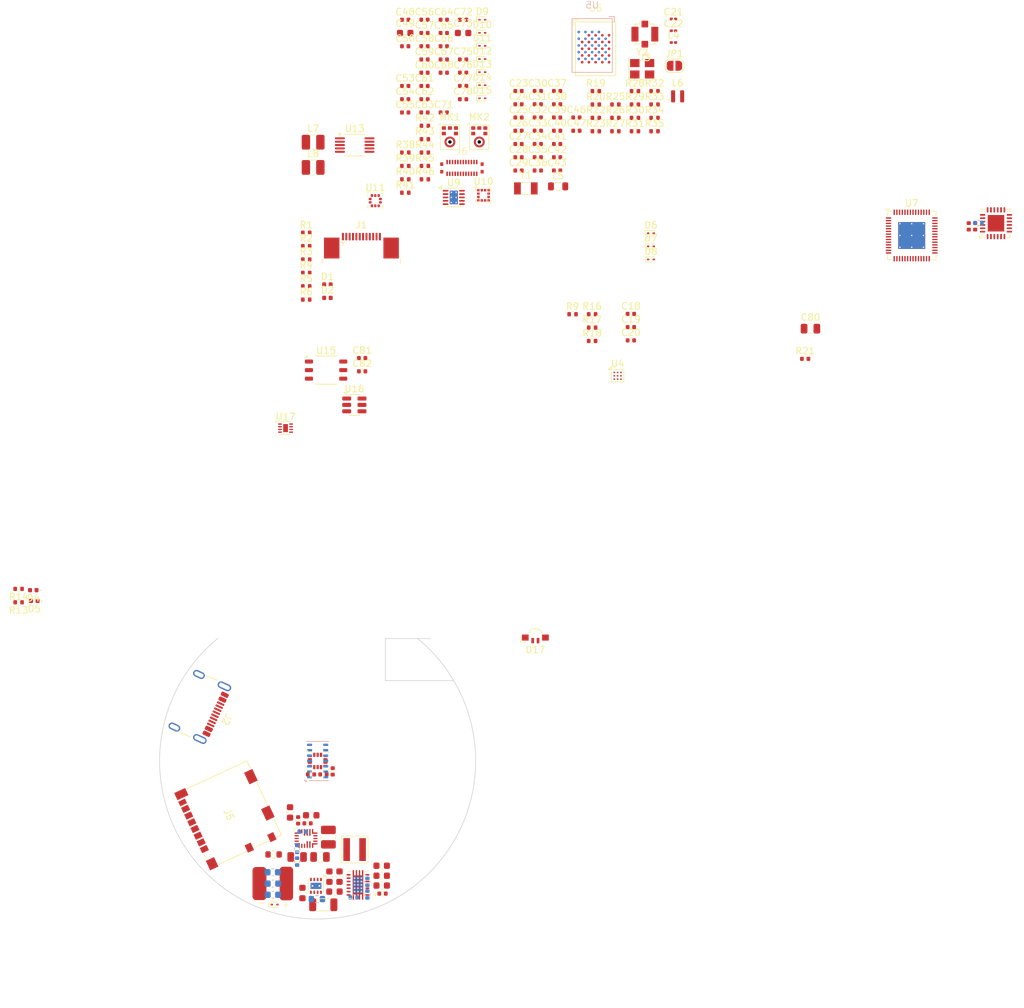
<source format=kicad_pcb>
(kicad_pcb (version 20241229) (generator "pcbnew") (generator_version "9.0")
  (layers (0 "F.Cu" signal "Front") (4 "In1.Cu" power) (6 "In2.Cu" power) (8 "In3.Cu" signal) (10 "In4.Cu" power) (2 "B.Cu" signal "Back") (13 "F.Paste" user) (15 "B.Paste" user) (5 "F.SilkS" user "F.Silkscreen") (7 "B.SilkS" user "B.Silkscreen") (1 "F.Mask" user) (3 "B.Mask" user) (25 "Edge.Cuts" user))
  (net 0 "")
  (net 1 "GND")
  (net 2 "+3V3")
  (net 3 "/ESP MCU/RTC_P")
  (net 4 "/ESP MCU/RTC_N")
  (net 5 "/ESP MCU/ESP_ANT")
  (net 6 "Net-(D1-A)")
  (net 7 "+1V8")
  (net 8 "Net-(J2-CC1)")
  (net 10 "Net-(J2-CC2)")
  (net 14 "/IO/AMOLED_M")
  (net 15 "/ESP MCU/CLK_N")
  (net 16 "/IO/SD_D2")
  (net 17 "/IO/SD_D3")
  (net 18 "/IO/SD_CMD")
  (net 19 "/IO/SD_CLK")
  (net 20 "/IO/SD_D0")
  (net 21 "/IO/SD_D1")
  (net 27 "VBUS")
  (net 28 "/IO/TP_SDA")
  (net 29 "/ESP MCU/FSPI_WP")
  (net 30 "/ESP MCU/FSPI_CLK")
  (net 31 "/ESP MCU/FSPI_CS")
  (net 32 "/ESP MCU/FSPI_Q")
  (net 33 "/ESP MCU/FSPI_D")
  (net 34 "/ESP MCU/FSPI_HD")
  (net 35 "/IO/TP_SCL")
  (net 36 "/ESP MCU/EN")
  (net 37 "/ESP MCU/CLK_P")
  (net 38 "/USB and Power/3V3_GOOD")
  (net 39 "/ESP MCU/TX")
  (net 40 "/ESP MCU/MEM_D3")
  (net 41 "/ESP MCU/MEM_D2")
  (net 42 "/ESP MCU/MEM_CLK")
  (net 43 "/ESP MCU/MEM_D1")
  (net 44 "Net-(L1-Pad2)")
  (net 45 "Net-(L1-Pad1)")
  (net 46 "/ESP MCU/MEM_D0")
  (net 47 "/IO/MTR_N")
  (net 48 "/IO/MTR_P")
  (net 49 "+BATT")
  (net 50 "/USB and Power/USB_DP")
  (net 51 "/ESP MCU/MEM_D4")
  (net 52 "/IO/MIC_WS")
  (net 53 "/IO/MIC_SCK")
  (net 54 "/IO/MIC_SD")
  (net 55 "/ESP MCU/MEM_D5")
  (net 56 "/ESP MCU/MEM_D6")
  (net 57 "/IO/MTR_EN")
  (net 58 "/SI2C_SDA")
  (net 59 "/SI2C_SCL")
  (net 60 "/ESP MCU/MEM_D7")
  (net 61 "/IO/TP_INT")
  (net 62 "/IO/TP_RST")
  (net 63 "/IO/DISP_TE")
  (net 64 "/IO/DISP_RST")
  (net 65 "/IO/IMU_INT1")
  (net 66 "/ESP MCU/MEM_DQS")
  (net 67 "/IO/IMU_INT2")
  (net 68 "/ESP MCU/EXT_INT")
  (net 69 "/USB and Power/1V8_GOOD")
  (net 70 "/USB and Power/3V3_POWER_SAVE")
  (net 71 "/ESP MCU/MEM_CS0")
  (net 72 "+VSW")
  (net 73 "/IO/AMOLED_P")
  (net 74 "/IO/SWIRE")
  (net 75 "/ESP MCU/MEM_CS1")
  (net 76 "/IO/MAG_DRDY")
  (net 77 "/IO/HBT_INT")
  (net 78 "/IO/MAG_INT")
  (net 79 "/USB and Power/CHARGE_INT")
  (net 80 "/USB and Power/SDA")
  (net 81 "/USB and Power/POWER_BTN")
  (net 82 "/USB and Power/SCL")
  (net 83 "/IO/ALT_SDA")
  (net 84 "/IO/ALT_DRDY")
  (net 85 "/IO/ALT_SCL")
  (net 86 "/IO/IMU_SCL")
  (net 87 "/IO/IMU_SDA")
  (net 88 "/ESP MCU/IO8")
  (net 89 "/ESP MCU/IO6")
  (net 90 "/ESP MCU/I2C0_SCL")
  (net 91 "/ESP MCU/IO1")
  (net 92 "/ESP MCU/SD_CLK")
  (net 93 "/ESP MCU/IO3")
  (net 94 "/ESP MCU/SD_D0")
  (net 95 "/ESP MCU/I2S_SCK")
  (net 96 "/ESP MCU/SD_D1")
  (net 97 "/ESP MCU/RX")
  (net 98 "/USB and Power/ILIM")
  (net 99 "/ESP MCU/I2C1_SCL")
  (net 102 "/ESP MCU/IO7")
  (net 103 "/ESP MCU/I2C0_SDA")
  (net 104 "/ESP MCU/BOOTSEL")
  (net 105 "/ESP MCU/SD_D3")
  (net 106 "/ESP MCU/I2S_SD")
  (net 107 "/ESP MCU/I2C1_SDA")
  (net 108 "/ESP MCU/IO5")
  (net 109 "/ESP MCU/SD_CMD")
  (net 110 "/ESP MCU/SD_D2")
  (net 111 "/ESP MCU/IO9")
  (net 112 "/ESP MCU/IO2")
  (net 113 "/ESP MCU/IO4")
  (net 114 "/IO/HBT_SDA")
  (net 115 "/USB and Power/USB_DM")
  (net 116 "/IO/HBT_SCL")
  (net 117 "/IO/MAG_SDA")
  (net 118 "/IO/MAG_SCL")
  (net 119 "/IO/MTR_SCL")
  (net 120 "/IO/MTR_SDA")
  (net 121 "/ESP MCU/EXT_IO9")
  (net 122 "/ESP MCU/EXT_IO1")
  (net 123 "/ESP MCU/EXT_IO3")
  (net 124 "/ESP MCU/EXT_IO8")
  (net 125 "/ESP MCU/EXT_IO2")
  (net 126 "/ESP MCU/EXT_IO4")
  (net 127 "/ESP MCU/EXT_IO10")
  (net 128 "/ESP MCU/EXT_IO15")
  (net 129 "/ESP MCU/EXT_IO7")
  (net 130 "/ESP MCU/EXT_IO6")
  (net 131 "/ESP MCU/EXT_IO14")
  (net 132 "/ESP MCU/EXT_IO13")
  (net 133 "/ESP MCU/EXT_IO5")
  (net 134 "/ESP MCU/EXT_IO12")
  (net 135 "/ESP MCU/EXT_IO11")
  (net 136 "/ESP MCU/EXT_IO16")
  (net 138 "/USB and Power/BAT_LOW")
  (net 139 "Net-(U2-PMID)")
  (net 140 "Net-(U2-BTST)")
  (net 141 "Net-(J3-In)")
  (net 142 "Net-(U2-SW)")
  (net 143 "Net-(D2-A)")
  (net 144 "Net-(U9-SWN)")
  (net 145 "Net-(U9-SWP)")
  (net 146 "Net-(U2-REGN)")
  (net 147 "Net-(U4-VDD)")
  (net 149 "Net-(U7-VDD3P3)")
  (net 150 "Net-(U7-CHIP_PU)")
  (net 151 "Net-(U7-VDD3P3_CPU)")
  (net 152 "Net-(C46-Pad1)")
  (net 153 "Net-(U10-C1)")
  (net 154 "Net-(C62-Pad1)")
  (net 155 "Net-(J6-IOVCC)")
  (net 156 "Net-(U13-REG)")
  (net 157 "Net-(D4-K)")
  (net 158 "Net-(D4-A)")
  (net 159 "Net-(D5-K)")
  (net 160 "Net-(D5-A)")
  (net 162 "Net-(J6-MTP_PWR)")
  (net 163 "Net-(U3-SW)")
  (net 168 "Net-(U1-FB)")
  (net 169 "Net-(U2-TS)")
  (net 170 "Net-(U2-TS_BIAS)")
  (net 171 "Net-(U4-BIN)")
  (net 172 "Net-(U6-RST#)")
  (net 173 "Net-(U5-RESET#)")
  (net 174 "Net-(U7-U0TXD)")
  (net 175 "Net-(U7-SPIHD)")
  (net 176 "Net-(U7-GPIO33)")
  (net 177 "Net-(U7-SPIWP)")
  (net 178 "Net-(U7-GPIO34)")
  (net 179 "Net-(U7-GPIO35)")
  (net 180 "Net-(U7-GPIO36)")
  (net 181 "Net-(U7-SPICLK)")
  (net 182 "Net-(U7-GPIO37)")
  (net 183 "Net-(U7-SPIQ)")
  (net 184 "Net-(U7-SPID)")
  (net 199 "Net-(D17-B)")
  (net 200 "Net-(D17-R)")
  (net 201 "Net-(D17-G)")
  (net 215 "/IO/LED_SDA")
  (net 216 "/IO/LED_SCL")
  (footprint "Capacitor_SMD:C_0603_1608Metric" (layer "F.Cu") (at 135.15 174.125 180)
    (property "Reference" "C6" (hide yes))
    (property "Value" "22uF")
  )
  (footprint "Resistor_SMD:R_0402_1005Metric" (layer "F.Cu") (at 141.575 69.105)
    (property "Reference" "R46")
    (property "Value" "10k")
  )
  (footprint "Resistor_SMD:R_0402_1005Metric" (layer "F.Cu") (at 166.995 57.975)
    (property "Reference" "R20")
    (property "Value" "10k")
  )
  (footprint "Capacitor_SMD:C_0603_1608Metric" (layer "F.Cu") (at 135.15 171.175 180)
    (property "Reference" "C8" (hide yes))
    (property "Value" "22uF")
  )
  (footprint "Inductor_SMD:L_0201_0603Metric" (layer "F.Cu") (at 178.535 48.765)
    (property "Reference" "L4")
    (property "Value" "2.7nH")
  )
  (footprint "Resistor_SMD:R_0402_1005Metric" (layer "F.Cu") (at 175.725 57.975)
    (property "Reference" "R33")
    (property "Value" "0")
  )
  (footprint "Capacitor_SMD:C_0402_1005Metric" (layer "F.Cu") (at 138.645 57.195)
    (property "Reference" "C54")
    (property "Value" "100nF")
  )
  (footprint "Sensor_Audio:InvenSense_ICS-43434-6_3.5x2.65mm" (layer "F.Cu") (at 145.295 62.84)
    (property "Reference" "MK1")
    (property "Value" "ICS-43434")
  )
  (footprint "Diode_SMD:D_SOD-923" (layer "F.Cu") (at 150.11 57.065)
    (property "Reference" "D15")
    (property "Value" "ESD9B3.3ST5G")
  )
  (footprint "Resistor_SMD:R_0402_1005Metric" (layer "F.Cu") (at 172.815 55.985)
    (property "Reference" "R28")
    (property "Value" "0")
  )
  (footprint "Resistor_SMD:R_0402_1005Metric" (layer "F.Cu") (at 141.575 65.125)
    (property "Reference" "R44")
    (property "Value" "0")
  )
  (footprint "Capacitor_SMD:C_0402_1005Metric" (layer "F.Cu") (at 135.275 175.325 180)
    (property "Reference" "C2" (hide yes))
    (property "Value" "100nF")
  )
  (footprint "Resistor_SMD:R_0402_1005Metric" (layer "F.Cu") (at 169.905 59.965)
    (property "Reference" "R26")
    (property "Value" "0")
  )
  (footprint "Jumper:SolderJumper-2_P1.3mm_Open_RoundedPad1.0x1.5mm" (layer "F.Cu") (at 178.685 52.215)
    (property "Reference" "JP1")
    (property "Value" "RESET=LOW")
  )
  (footprint "Capacitor_SMD:C_0402_1005Metric" (layer "F.Cu") (at 161.235 65.825)
    (property "Reference" "C42")
    (property "Value" "100nF")
  )
  (footprint "Resistor_SMD:R_0402_1005Metric" (layer "F.Cu") (at 123.935 86.995)
    (property "Reference" "R6")
    (property "Value" "R")
  )
  (footprint "Capacitor_SMD:C_0603_1608Metric" (layer "F.Cu") (at 138.645 47.345)
    (property "Reference" "C49")
    (property "Value" "4.7uF")
  )
  (footprint "Capacitor_SMD:C_0402_1005Metric" (layer "F.Cu") (at 161.235 63.855)
    (property "Reference" "C41")
    (property "Value" "1uF")
  )
  (footprint "Capacitor_SMD:C_0402_1005Metric" (layer "F.Cu") (at 161.235 57.945)
    (property "Reference" "C38")
    (property "Value" "100nF")
  )
  (footprint "Resistor_SMD:R_0402_1005Metric" (layer "F.Cu") (at 123.935 85.005)
    (property "Reference" "R5")
    (property "Value" "R")
  )
  (footprint "Capacitor_SMD:C_0201_0603Metric" (layer "F.Cu") (at 178.535 47.015)
    (property "Reference" "C22")
    (property "Value" "1.5pF")
  )
  (footprint "LED_SMD:LED_0402_1005Metric" (layer "F.Cu") (at 83.4925 131.8 180)
    (property "Reference" "D5")
    (property "Value" "POWER GOOD")
  )
  (footprint "Capacitor_SMD:C_0402_1005Metric" (layer "F.Cu") (at 158.365 61.885)
    (property "Reference" "C33")
    (property "Value" "10nF")
  )
  (footprint "Resistor_SMD:R_0402_1005Metric" (layer "F.Cu") (at 141.575 67.115)
    (property "Reference" "R45")
    (property "Value" "10k")
  )
  (footprint "Resistor_SMD:R_0402_1005Metric" (layer "F.Cu") (at 141.575 61.145)
    (property "Reference" "R42")
    (property "Value" "10k")
  )
  (footprint "Capacitor_SMD:C_0402_1005Metric" (layer "F.Cu") (at 141.515 57.195)
    (property "Reference" "C62")
    (property "Value" "1uF")
  )
  (footprint "Capacitor_SMD:C_0402_1005Metric" (layer "F.Cu") (at 126.4875 157.6 180)
    (property "Reference" "C74" (hide yes))
    (property "Value" "100nF")
  )
  (footprint "Capacitor_SMD:C_0402_1005Metric" (layer "F.Cu") (at 158.365 59.915)
    (property "Reference" "C32")
    (property "Value" "C")
  )
  (footprint "Capacitor_SMD:C_0402_1005Metric" (layer "F.Cu") (at 155.495 57.945)
    (property "Reference" "C24")
    (property "Value" "100nF")
  )
  (footprint "Capacitor_SMD:C_0402_1005Metric" (layer "F.Cu") (at 155.495 65.825)
    (property "Reference" "C28")
    (property "Value" "100nF")
  )
  (footprint "Resistor_SMD:R_0402_1005Metric" (layer "F.Cu") (at 123.935 81.025)
    (property "Reference" "R3")
    (property "Value" "10k")
  )
  (footprint "Resistor_SMD:R_0402_1005Metric" (layer "F.Cu") (at 166.445 89.165)
    (property "Reference" "R16")
    (property "Value" "5.1k")
  )
  (footprint "Capacitor_SMD:C_0402_1005Metric" (layer "F.Cu") (at 144.385 53.255)
    (property "Reference" "C68")
    (property "Value" "100nF")
  )
  (footprint "Resistor_SMD:R_0402_1005Metric" (layer "F.Cu") (at 123.935 77.045)
    (property "Reference" "R1")
    (property "Value" "10k")
  )
  (footprint "Capacitor_SMD:C_0402_1005Metric" (layer "F.Cu") (at 124.125 164.875)
    (property "Reference" "C4" (hide yes))
    (property "Value" "100nF")
  )
  (footprint "Capacitor_SMD:C_0402_1005Metric" (layer "F.Cu") (at 172.205 93.055)
    (property "Reference" "C20")
    (property "Value" "2.2uF")
  )
  (footprint "Inductor_SMD:L_Coilcraft_XFL2010" (layer "F.Cu") (at 179.155 56.765)
    (property "Reference" "L6")
    (property "Value" "24nH")
  )
  (footprint "Capacitor_SMD:C_0402_1005Metric" (layer "F.Cu") (at 158.365 63.855)
    (property "Reference" "C34")
    (property "Value" "1uF")
  )
  (footprint "Capacitor_SMD:C_0603_1608Metric" (layer "F.Cu") (at 128.875 172.8 90)
    (property "Reference" "C13" (hide yes))
    (property "Value" "10uF")
  )
  (footprint "Capacitor_SMD:C_0402_1005Metric" (layer "F.Cu") (at 147.255 53.255)
    (property "Reference" "C76")
    (property "Value" "100nF")
  )
  (footprint "Diode_SMD:D_SOD-923" (layer "F.Cu") (at 150.11 51.215)
    (property "Reference" "D12")
    (property "Value" "ESD9B3.3ST5G")
  )
  (footprint "Capacitor_SMD:C_0402_1005Metric" (layer "F.Cu") (at 124.6375 157.6)
    (property "Reference" "C69" (hide yes))
    (property "Value" "100nF")
  )
  (footprint "Capacitor_SMD:C_0603_1608Metric" (layer "F.Cu") (at 124.675 163.675 180)
    (property "Reference" "C3" (hide yes))
    (property "Value" "10uF")
  )
  (footprint "LED_SMD:LED_0402_1005Metric" (layer "F.Cu") (at 127.08 86.735)
    (property "Reference" "D2")
    (property "Value" "STATUS1")
  )
  (footprint "Capacitor_SMD:C_0402_1005Metric" (layer "F.Cu") (at 158.365 65.825)
    (property "Reference" "C35")
    (property "Value" "100nF")
  )
  (footprint "Diode_SMD:D_SOD-923" (layer "F.Cu") (at 150.11 47.315)
    (property "Reference" "D10")
    (property "Value" "ESD9B3.3ST5G")
  )
  (footprint "Resistor_SMD:R_0402_1005Metric" (layer "F.Cu") (at 166.445 93.145)
    (property "Reference" "R18")
    (property "Value" "10k")
  )
  (footprint "Capacitor_SMD:C_0603_1608Metric" (layer "F.Cu") (at 127.375 172.8 -90)
    (property "Reference" "C14" (hide yes))
    (property "Value" "10uF")
  )
  (footprint "Resistor_SMD:R_0402_1005Metric" (layer "F.Cu") (at 166.995 59.965)
    (property "Reference" "R22")
    (property "Value" "10k")
  )
  (footprint "custom-lib:BGA-24_6.0x8.0mm_Layout5x5_P1.0mm" (layer "F.Cu") (at 166.96 49.69)
    (property "Reference" "U6")
    (property "Value" "S80KS5123GABHV020")
  )
  (footprint "Capacitor_SMD:C_0402_1005Metric" (layer "F.Cu") (at 164.105 61.885)
    (property "Reference" "C47")
    (property "Value" "C")
  )
  (footprint "Capacitor_SMD:C_0402_1005Metric" (layer "F.Cu") (at 172.205 89.115)
    (property "Reference" "C18")
    (property "Value" "10nF")
  )
  (footprint "Capacitor_SMD:C_0402_1005Metric" (layer "F.Cu") (at 161.235 61.885)
    (property "Reference" "C40")
    (property "Value" "10uF")
  )
  (footprint "Package_LGA:LGA-14_3x2.5mm_P0.5mm_LayoutBorder3x4y" (layer "F.Cu") (at 125.625 155.6)
    (property "Reference" "U12" (hide yes))
    (property "Value" "LSM6DSOXTR")
  )
  (footprint "Package_SO:VSSOP-10_3x3mm_P0.5mm" (layer "F.Cu") (at 131.135 64.01)
    (property "Reference" "U13")
    (property "Value" "DRV2605LDGS")
  )
  (footprint "Capacitor_SMD:C_0402_1005Metric" (layer "F.Cu") (at 138.645 59.165)
    (property "Reference" "C55")
    (property "Value" "10uF")
  )
  (footprint "Resistor_SMD:R_0402_1005Metric" (layer "F.Cu") (at 123.935 79.035)
    (property "Reference" "R2")
    (property "Value" "10k")
  )
  (footprint "Capacitor_SMD:C_0402_1005Metric" (layer "F.Cu") (at 144.385 49.315)
    (property "Reference" "C66")
    (property "Value" "100nF")
  )
  (footprint "Capacitor_SMD:C_0402_1005Metric" (layer "F.Cu") (at 132.2425 97.655)
    (property "Reference" "C82")
    (property "Value" "1uF")
  )
  (footprint "Capacitor_SMD:C_0402_1005Metric" (layer "F.Cu") (at 141.515 49.315)
    (property "Reference" "C58")
    (property "Value" "10uF")
  )
  (footprint "Capacitor_SMD:C_0805_2012Metric" (layer "F.Cu") (at 125.975 169.875)
    (property "Reference" "C79" (hide yes))
    (property "Value" "10uF")
  )
  (footprint "Capacitor_SMD:C_0402_1005Metric" (layer "F.Cu") (at 147.255 51.285)
    (property "Reference" "C75")
    (property "Value" "1uF")
  )
  (footprint "Resistor_SMD:R_0402_1005Metric" (layer "F.Cu") (at 172.815 57.975)
    (property "Reference" "R29")
    (property "Value" "0")
  )
  (footprint "Package_LGA:LGA-12_2x2mm_P0.5mm" (layer "F.Cu") (at 150.29 71.48)
    (property "Reference" "U10")
    (property "Value" "LIS3MDL")
  )
  (footprint "Package_SON:WSON-8-1EP_2x2mm_P0.5mm_EP0.9x1.6mm_ThermalVias" (layer "F.Cu") (at 125.375 174.175 -90)
    (property "Reference" "U3" (hide yes))
    (property "Value" "TPS62161DSG")
  )
  (footprint "Capacitor_SMD:C_0402_1005Metric" (layer "F.Cu") (at 122.725 164.425 90)
    (property "Reference" "C1" (hide yes))
    (property "Value" "1uF")
  )
  (footprint "Capacitor_SMD:C_0402_1005Metric" (layer "F.Cu") (at 141.515 55.225)
    (property "Reference" "C61")
    (property "Value" "100nF")
  )
  (footprint "Capacitor_SMD:C_0402_1005Metric" (layer "F.Cu") (at 158.365 55.975)
    (property "Reference" "C30")
    (property "Value" "100nF")
  )
  (footprint "Capacitor_SMD:C_0805_2012Metric" (layer "F.Cu") (at 198.91 91.31)
    (property "Reference" "C80")
    (property "Value" "10uF")
  )
  (footprint "Capacitor_SMD:C_0402_1005Metric" (layer "F.Cu") (at 147.255 57.195)
    (property "Reference" "C78")
    (property "Value" "1uF")
  )
  (footprint "Package_BGA:Texas_DSBGA-9_1.62x1.58mm_Layout3x3_P0.5mm" (layer "F.Cu") (at 170.235 98.325)
    (property "Reference" "U4")
    (property "Value" "BQ27427YZFR")
  )
  (footprint "Capacitor_SMD:C_0201_0603Metric" (layer "F.Cu") (at 178.535 45.265)
    (property "Reference" "C21")
    (property "Value" "1.5pF")
  )
  (footprint "Resistor_SMD:R_0402_1005Metric" (layer "F.Cu") (at 138.665 67.115)
    (property "Reference" "R39")
    (property "Value" "10k")
  )
  (footprint "Diode_SMD:D_SOD-923" (layer "F.Cu") (at 150.11 49.265)
    (property "Reference" "D11")
    (property "Value" "ESD9B3.3ST5G")
  )
  (footprint "Capacitor_SMD:C_0603_1608Metric" (layer "F.Cu") (at 147.255 47.345)
    (property "Reference" "C73")
    (property "Value" "4.7uF")
  )
  (footprint "LED_SMD:LED_Kingbright_APFA3010_3x1.5mm_Horizontal" (layer "F.Cu") (at 158 137.25)
    (property "Reference" "D17")
    (property "Value" "APFA3010")
  )
  (footprint "Capacitor_SMD:C_0402_1005Metric" (layer "F.Cu") (at 144.385 47.345)
    (property "Reference" "C65")
    (property "Value" "1uF")
  )
  (footprint "Capacitor_SMD:C_0402_1005Metric" (layer "F.Cu") (at 141.515 59.165)
    (property "Reference" "C63")
    (property "Value" "100nF")
  )
  (footprint "Capacitor_SMD:C_0402_1005Metric" (layer "F.Cu") (at 161.235 67.795)
    (property "Reference" "C43")
    (property "Value" "100nF")
  )
  (footprint "Connector_USB:USB_C_Receptacle_GCT_USB4105-xx-A_16P_TopMnt_Horizontal" (layer "F.Cu") (at 107.125 147.1 -115)
    (property "Reference" "J2")
    (property "Value" "USB_C_Receptacle")
  )
  (footprint "Capacitor_SMD:C_0402_1005Metric" (layer "F.Cu") (at 138.645 55.225)
    (property "Reference" "C53")
    (property "Value" "100nF")
  )
  (footprint "Resistor_SMD:R_0402_1005Metric" (layer "F.Cu") (at 172.815 59.965)
    (property "Reference" "R30")
    (property "Value" "0")
  )
  (footprint "Diode_SMD:D_SOD-923" (layer "F.Cu") (at 150.11 45.365)
    (property "Reference" "D9")
    (property "Value" "ESD9B3.3ST5G")
  )
  (footprint "Capacitor_SMD:C_0402_1005Metric" (layer "F.Cu") (at 141.515 51.285)
    (property "Reference" "C59")
    (property "Value" "100nF")
  )
  (footprint "Diode_SMD:D_SOD-923" (layer "F.Cu") (at 175.19 77.125)
    (property "Reference" "D6")
    (property "Value" "ESD9B5.0ST5G")
  )
  (footprint "Capacitor_SMD:C_0402_1005Metric" (layer "F.Cu") (at 141.515 47.345)
    (property "Reference" "C57")
    (property "Value" "10uF")
  )
  (footprint "LED_SMD:LED_0402_1005Metric" (layer "F.Cu") (at 127.08 84.745)
    (property "Reference" "D1")
    (property "Value" "STATUS0")
  )
  (footprint "Resistor_SMD:R_0402_1005Metric" (layer "F.Cu") (at 81.16 132 180)
    (property "Reference" "R13")
    (property "Value" "R")
  )
  (footprint "Resistor_SMD:R_0402_1005Metric" (layer "F.Cu") (at 138.665 65.125)
    (property "Reference" "R38")
    (property "Value" "10k")
  )
  (footprint "Capacitor_SMD:C_0603_1608Metric" (layer "F.Cu") (at 121.525 163.25 90)
    (property "Reference" "C12" (hide yes))
    (property "Value" "4.7uF")
  )
  (footprint "Capacitor_SMD:C_0402_1005Metric" (layer "F.Cu") (at 155.495 59.915)
    (property "Reference" "C25")
    (property "Value" "100nF")
  )
  (footprint "Capacitor_SMD:C_0402_1005Metric" (layer "F.Cu") (at 222.45 76.1 90)
    (property "Reference" "C44" (hide yes))
    (property "Value" "1uF")
  )
  (footprint "Diode_SMD:D_SOD-923" (layer "F.Cu") (at 119.225 176.95)
    (property "Reference" "D3" (hide yes))
    (property "Value" "ESD9B5.0ST5G")
  )
  (footprint "Resistor_SMD:R_0402_1005Metric" (layer "F.Cu") (at 163.535 89.165)
    (property "Reference" "R9")
    (property "Value" "5k")
  )
  (footprint "Resistor_SMD:R_0402_1005Metric" (layer "F.Cu") (at 141.575 63.135)
    (property "Reference" "R43")
    (property "Value" "10k")
  )
  (footprint "Capacitor_SMD:C_0402_1005Metric" (layer "F.Cu") (at 164.105 59.915)
    (property "Reference" "C46")
    (property "Value" "C")
  )
  (footprint "Capacitor_SMD:C_0603_1608Metric" (layer "F.Cu") (at 123.365 175.235 90)
    (property "Reference" "C17" (hide yes))
    (property "Value" "22uF")
  )
  (footprint "Resistor_SMD:R_0402_1005Metric" (layer "F.Cu") (at 81.16 130.01 180)
    (property "Reference" "R14")
    (property "Value" "R")
  )
  (footprint "custom-lib:OK-14GF024-04" (layer "F.Cu") (at 147.08 67.41)
    (property "Reference" "J6")
    (property "Value" "TT143AMC12C")
  )
  (footprint "Capacitor_SMD:C_0402_1005Metric" (layer "F.Cu") (at 161.235 59.915)
    (property "Reference" "C39")
    (property "Value" "1uF")
  )
  (footprint "Package_DFN_QFN:DFN-8-1EP_1.5x1.5mm_P0.4mm_EP0.7x1.2mm" (layer "F.Cu") (at 120.855 106.1)
    (property "Reference" "U17")
    (property "Value" "KTD2026")
  )
  (footprint "Inductor_SMD:L_0805_2012Metric" (layer "F.Cu") (at 161.385 70.155)
    (property "Reference" "L5")
    (property "Value" "2nH")
  )
  (footprint "Capacitor_SMD:C_0402_1005Metric" (layer "F.Cu") (at 147.255 55.225)
    (property "Reference" "C77")
    (property "Value" "100nF")
  )
  (footprint "Capacitor_SMD:C_0603_1608Metric" (layer "F.Cu") (at 135.15 172.665 180)
    (property "Reference" "C7" (hide yes))
    (property "Value" "22uF")
  )
  (footprint "Package_TO_SOT_SMD:TSOT-23-6" (layer "F.Cu") (at 131.0825 102.65)
    (property "Reference" "U16")
    (property "Value" "LT3465")
  )
  (footprint "Capacitor_SMD:C_0402_1005Metric" (layer "F.Cu") (at 223.4 76.1 -90)
    (property "Reference" "C45" (hide yes))
    (property "Value" "100nF")
  )
  (footprint "Resistor_SMD:R_0402_1005Metric" (layer "F.Cu") (at 175.725 55.985)
    (property "Reference" "R32")
    (property "Value" "0")
  )
  (footprint "LED_SMD:LED_0402_1005Metric" (layer "F.Cu") (at 83.3425 130.2 180)
    (property "Reference" "D4")
    (property "Value" "CHARGING")
  )
  (footprint "Capacitor_SMD:C_0402_1005Metric" (layer "F.Cu") (at 161.235 55.975)
    (property "Reference" "C37")
    (property "Value" "100nF")
  )
  (footprint "Capacitor_SMD:C_0402_1005Metric" (layer "F.Cu") (at 132.2425 95.685)
    (property "Reference" "C81")
    (property "Value" "100nF")
  )
  (footprint "Resistor_SMD:R_0402_1005Metric" (layer "F.Cu") (at 138.665 71.095)
    (property "Reference" "R41")
    (property "Value" "10k")
  )
  (footprint "Capacitor_SMD:C_0603_1608Metric" (layer "F.Cu") (at 128.125 175.025)
    (property "Reference" "C16" (hide yes))
    (property "Value" "10uF")
  )
  (footprint "Resistor_SMD:R_0402_1005Metric" (layer "F.Cu") (at 169.905 57.975)
    (property "Reference" "R25")
    (property "Value" "499")
  )
  (footprint "custom-lib:Texas_WQFN-18_2.5x3.0mm_P0.4mm" (layer "F.Cu") (at 123.875 167.125)
    (property "Reference" "U2" (hide yes))
    (property "Value" "BQ25628E")
  )
  (footprint "Capacitor_SMD:C_0402_1005Metric" (layer "F.Cu") (at 144.385 59.165)
    (property "Reference" "C71")
    (property "Value" "100nF")
  )
  (footprint "custom-lib:XFL4020-152ME" (layer "F.Cu") (at 131.125 168.775)
    (property "Reference" "L1" (hide yes))
    (property "Value" "1.5uH")
  )
  (footprint "Capacitor_SMD:C_0805_2012Metric" (layer "F.Cu") (at 122.575 169.875 180)
    (property "Reference" "C15" (hide yes))
    (property "Value" "10uF")
  )
  (footprint "Resistor_SMD:R_0402_1005Metric" (layer "F.Cu") (at 123.935 83.015)
    (property "Reference" "R4")
    (property "Value" "10k")
  )
  (footprint "Capacitor_SMD:C_0402_1005Metric" (layer "F.Cu") (at 155.495 67.795)
    (property "Reference" "C29")
    (property "Value" "100nF")
  )
  (footprint "Diode_SMD:D_SOD-923" (layer "F.Cu") (at 150.11 55.115)
    (property "Reference" "D14")
    (property "Value" "ESD9B3.3ST5G")
  )
  (footprint "Resistor_SMD:R_0402_1005Metric" (layer "F.Cu") (at 166.445 91.155)
    (property "Reference" "R17")
    (property "Value" "5.1k")
  )
  (footprint "Capacitor_SMD:C_0402_1005Metric" (layer "F.Cu") (at 155.495 55.975)
    (property "Reference" "C23")
    (property "Value" "1uF")
  )
  (footprint "Resistor_SMD:R_0402_1005Metric" (layer "F.Cu") (at 169.905 61.955)
    (property "Reference" "R27")
    (property "Value" "0")
  )
  (footprint "Capacitor_SMD:C_0402_1005Metric" (layer "F.Cu") (at 155.495 63.855)
    (property "Reference" "C27")
    (property "Value" "1uF")
  )
  (footprint "Resistor_SMD:R_0603_1608Metric" (layer "F.Cu") (at 119.075 169.5)
    (property "Reference" "TH1" (hide yes))
    (property "Value" "103AT-2 10k")
  )
  (footprint "Capacitor_SMD:C_0402_1005Metric" (layer "F.Cu") (at 144.385 45.375)
    (property "Reference" "C64")
    (property "Value" "100nF")
  )
  (footprint "Capacitor_SMD:C_0402_1005Metric" (layer "F.Cu") (at 138.645 49.315)
    (property "Reference" "C50")
    (property "Value" "100nF")
  )
  (footprint "Connector_Coaxial:U.FL_Molex_MCRF_73412-0110_Vertical" (layer "F.Cu") (at 174.285 47.515)
    (property "Reference" "J3")
    (property "Value" "ESP_ANT")
  )
  (footprint "Capacitor_SMD:C_0402_1005Metric" (layer "F.Cu") (at 198.12 95.8)
    (property "Reference" "R21")
    (property "Value" "R")
  )
  (footprint "Diode_SMD:D_SOD-923" (layer "F.Cu") (at 175.19 79.075)
    (property "Reference" "D7")
    (property "Value" "ESD9B5.0ST5G")
  )
  (footprint "OptoDevice:Osram_SFH9x0x" (layer "F.Cu") (at 126.8825 97.475)
    (property "Reference" "U15")
    (property "Value" "SFH9206")
  )
  (footprint "Package_SON:WSON-10-1EP_2.5x2.5mm_P0.5mm_EP1.2x2mm_ThermalVias" (layer "F.Cu") (at 145.87 71.8)
    (property "Reference" "U9")
    (property "Value" "TPS65631W")
  )
  (footprint "Crystal:Crystal_SMD_3225-4Pin_3.2x2.5mm" (layer "F.Cu") (at 173.885 52.665)
    (property "Reference" "Y2")
    (property "Value" "40MHz(10ppm)")
  )
  (footprint "Connector_Card:microSD_HC_Molex_104031-0811" (layer "F.Cu") (at 112.405 163.58 115)
    (property "Reference" "J5")
    (property "Value" "Micro_SD_Card")
  )
  (footprint "Inductor_SMD:L_1008_2520Metric" (layer "F.Cu") (at 127.225 166.925 -90)
    (property "Reference" "L2" (hide yes))
    (property "Value" "1uH")
  )
  (footprint "Resistor_SMD:R_0402_1005Metric" (layer "F.Cu") (at 172.815 61.955)
    (property "Reference" "R31")
    (property "Value" "0")
  )
  (footprint "Sensor_Audio:InvenSense_ICS-43434-6_3.5x2.65mm" (layer "F.Cu") (at 149.665 62.84)
    (property "Reference" "MK2")
    (property "Value" "ICS-43434")
  )
  (footprint "Resistor_SMD:R_0402_1005Metric" (layer "F.Cu") (at 138.665 69.105)
    (property "Reference" "R40")
    (property "Value" "10k")
  )
  (footprint "custom-lib:Battery_Connector" (layer "F.Cu") (at 118.975 173.825 180)
    (property "Reference" "BT1" (hide yes))
    (property "Value" "Battery")
  )
  (footprint "Package_LGA:ST_HLGA-10_2x2mm_P0.5mm_LayoutBorder3x2y" (layer "F.Cu") (at 134.2 72.28)
    (property "Reference" "U11")
    (property "Value" "LPS22DF")
  )
  (footprint "Capacitor_SMD:C_0402_1005Metric" (layer "F.Cu") (at 138.645 45.375)
    (property "Reference" "C48")
    (property "Value" "1uF")
  )
  (footprint "Capacitor_SMD:C_0402_1005Metric" (layer "F.Cu") (at 141.515 53.255)
    (property "Reference" "C60")
    (property "Value" "10uF")
  )
  (footprint "Resistor_SMD:R_0402_1005Metric" (layer "F.Cu") (at 175.725 61.955)
    (property "Reference" "R35")
    (property "Value" "0")
  )
  (footprint "Diode_SMD:D_SOD-923" (layer "F.Cu") (at 175.19 81.025)
    (property "Reference" "D8")
    (property "Value" "ESD9B5.0ST5G")
  )
  (footprint "Package_DFN_QFN:VQFN-24-1EP_4x4mm_P0.5mm_EP2.45x2.45mm" (layer "F.Cu") (at 226.5 75.6375 90)
    (property "Reference" "U8" (hide yes))
    (property "Value" "TCA9535MRGER")
  )
  (footprint "Crystal:Crystal_SMD_3215-2Pin_3.2x1.5mm" (layer "F.Cu") (at 156.585 70.455)
    (property "Reference" "Y1")
    (property "Value" "32.768kHz")
  )
  (footprint "Capacitor_SMD:C_0402_1005Metric" (layer "F.Cu") (at 141.515 45.375)
    (property "Reference" "C56")
    (property "Value" "100nF")
  )
  (footprint "Capacitor_SMD:C_0402_1005Metric" (layer "F.Cu") (at 158.365 57.945)
    (property "Reference" "C31")
    (property "Value" "C")
  )
  (footprint "Capacitor_SMD:C_0402_1005Metric" (layer "F.Cu") (at 172.205 91.085)
    (property "Reference" "C19")
    (property "Value" "1uF")
  )
  (footprint "Resistor_SMD:R_0402_1005Metric" (layer "F.Cu") (at 175.725 59.965)
    (property "Reference" "R34")
    (property "Value" "0")
  )
  (footprint "Connector_FFC-FPC:TE_1-1734839-2_1x12-1MP_P0.5mm_Horizontal" (layer "F.Cu") (at 132.135 78.975)
    (property "Reference" "J1")
    (property "Value" "DAUGHTER")
  )
  (footprint "Package_DFN_QFN:QFN-56-1EP_7x7mm_P0.4mm_EP4x4mm_ThermalVias" (layer "F.Cu") (at 213.965 77.455)
    (property "Reference" "U7")
    (property "Value" "ESP32-S3")
  )
  (footprint "custom-lib:Texas_VSON-14_3x4mm_ThermalPad" (layer "F.Cu") (at 131.625 174.025 180)
    (property "Reference" "U1" (hide yes))
    (property "Value" "TPS63021")
  )
  (footprint "Capacitor_SMD:C_0402_1005Metric" (layer "F.Cu") (at 144.385 51.285)
    (property "Reference" "C67")
    (property "Value" "100nF")
  )
  (footprint "Resistor_SMD:R_0402_1005Metric" (layer "F.Cu") (at 166.995 61.955)
    (property "Reference" "R23")
    (property "Value" "10k")
  )
  (footprint "Resistor_SMD:R_0402_1005Metric" (layer "F.Cu") (at 166.995 55.985)
    (property "Reference" "R19")
    (property "Value" "10k")
  )
  (footprint "Inductor_SMD:L_1008_2520Metric" (layer "F.Cu") (at 124.955 63.585)
    (property "Reference" "L7")
    (property "Value" "10uH")
  )
  (footprint "Inductor_SMD:L_1206_3216Metric" (layer "F.Cu") (at 126.465 176.985 180)
    (property "Reference" "L3" (hide yes))
    (property "Value" "2.2uH")
  )
  (footprint "Capacitor_SMD:C_0402_1005Metric" (layer "F.Cu") (at 155.495 61.885)
    (property "Reference" "C26")
    (property "Value" "100nF")
  )
  (footprint "Capacitor_SMD:C_0402_1005Metric" (layer "F.Cu") (at 158.365 67.795)
    (property "Reference" "C36")
    (property "Value" "1uF")
  )
  (footprint "Capacitor_SMD:C_0402_1005Metric" (layer "F.Cu") (at 127.8625 157.15 90)
    (property "Reference" "C70" (hide yes))
    (property "Value" "1uF")
  )
  (footprint "Capacitor_SMD:C_0402_1005Metric" (layer "F.Cu") (at 147.255 45.375)
    (property "Reference" "C72")
    (property "Value" "10uF")
  )
  (footprint "Diode_SMD:D_SOD-923" (layer "F.Cu") (at 150.11 53.165)
    (property "Reference" "D13")
    (property "Value" "ESD9B3.3ST5G")
  )
  (footprint "Inductor_SMD:L_1008_2520Metric" (layer "F.Cu") (at 124.955 67.335)
    (property "Reference" "L8")
    (property "Value" "10uH")
  )
  (footprint "Resistor_SMD:R_0402_1005Metric" (layer "B.Cu") (at 122.575 170.565 90)
    (property "Reference" "R12" (hide yes))
    (property "Value" "30.1")
  )
  (footprint "Resistor_SMD:R_0402_1005Metric" (layer "B.Cu") (at 133.025 175.455 90)
    (property "Reference" "R7" (hide yes))
    (property "Value" "180k")
  )
  (footprint "Resistor_SMD:R_0402_1005Metric" (layer "B.Cu") (at 133.025 173.565 90)
    (property "Reference" "R8" (hide yes))
    (property "Value" "1M")
  )
  (footprint "Resistor_SMD:R_0603_1608Metric" (layer "B.Cu") (at 125.515 176.135)
    (property "Reference" "R15" (hide yes))
    (property "Value" "100k")
  )
  (footprint "Resistor_SMD:R_0402_1005Metric" (layer "B.Cu") (at 223.9 75.6 180)
    (property "Reference" "R24" (hide yes))
    (property "Value" "10k")
  )
  (footprint "OptoDevice:Maxim_OLGA-14_3.3x5.6mm_P0.8mm" (layer "B.Cu") (at 125.625 155.6)
    (property "Reference" "U14" (hide yes))
    (property "Value" "MAX30102")
  )
  (footprint "custom-lib:BGA-24_6.0x8.0mm_Layout5x5_P1.0mm" (layer "B.Cu") (at 166.45 49.2 180)
    (property "Reference" "U5")
    (property "Value" "MX25UM51245GXDI00")
  )
  (footprint "Capacitor_SMD:C_0603_1608Metric" (layer "B.Cu") (at 118.95 172.14825 180)
    (property "Reference" "C11" (hide yes))
    (property "Value" "22uF")
  )
  (footprint "Capacitor_SMD:C_0402_1005Metric" (layer "B.Cu") (at 123.375 166.125)
    (property "Reference" "C5" (hide yes))
    (property "Value" "47nF")
  )
  (footprint "Capacitor_SMD:C_0603_1608Metric" (layer "B.Cu") (at 118.975 175.49825 180)
    (property "Reference" "C10" (hide yes))
    (property "Value" "22uF")
  )
  (footprint "Capacitor_SMD:C_0603_1608Metric" (layer "B.Cu") (at 118.975 173.83825 180)
    (property "Reference" "C9" (hide yes))
    (property "Value" "22uF")
  )
  (footprint "Resistor_SMD:R_0402_1005Metric" (layer "B.Cu") (at 130.985 175.875 180)
    (property "Reference" "R10" (hide yes))
    (property "Value" "1M")
  )
  (footprint "Resistor_SMD:R_0402_1005Metric" (layer "B.Cu") (at 122.575 168.665 90)
    (property "Reference" "R11" (hide yes))
    (property "Value" "5.32k")
  )
  (gr_line (start 135.7 143.65) (end 135.7 137.4) (stroke (width 0.1)) (layer "Edge.Cuts"))
  (gr_arc (start 140.429982 137.35) (mid 125.625 179.1) (end 110.820018 137.35) (stroke (width 0.1)) (layer "Edge.Cuts"))
  (gr_line (start 145.775 143.65) (end 135.7 143.65) (stroke (width 0.1)) (layer "Edge.Cuts"))
  (gr_line (start 135.7 137.4) (end 142.4 137.4) (stroke (width 0.1)) (layer "Edge.Cuts"))
)
</source>
